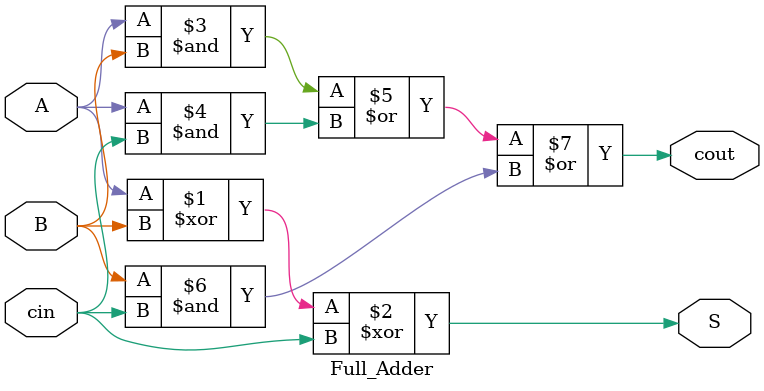
<source format=v>
`timescale 1ns / 1ps


module Full_Adder(
input A, B, cin,
output S, cout
    );
    
    assign S = A ^ B ^ cin;
    assign cout = (A&B)|(A&cin)|(B & cin);
    
endmodule

</source>
